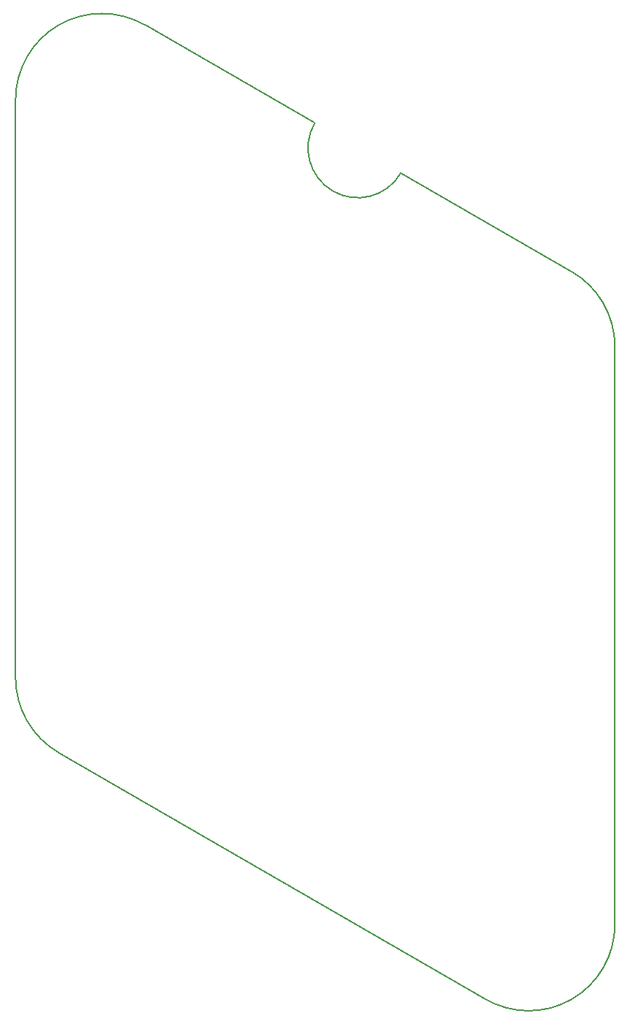
<source format=gm1>
%TF.GenerationSoftware,KiCad,Pcbnew,(2015-12-01 BZR 82, Git 6f5a49b)-brewed_product*%
%TF.CreationDate,2015-12-17T03:34:39-07:00*%
%TF.ProjectId,EMG Humbuckers,454D472048756D6275636B6572732E6B,rev?*%
%TF.FileFunction,Profile,NP*%
%FSLAX46Y46*%
G04 Gerber Fmt 4.6, Leading zero omitted, Abs format (unit mm)*
G04 Created by KiCad (PCBNEW (2015-12-01 BZR 82, Git 6f5a49b)-brewed_product) date Thursday, 17 December 2015 'amt' 03:34:39*
%MOMM*%
G01*
G04 APERTURE LIST*
%ADD10C,0.127000*%
G04 APERTURE END LIST*
D10*
X123190000Y-56930000D02*
X143010000Y-68360000D01*
X113200000Y-51140000D02*
X93530000Y-39790000D01*
X113207117Y-51134967D02*
G75*
G03X123190000Y-56930000I4992883J-2895033D01*
G01*
X83530000Y-124130000D02*
X132980000Y-152680000D01*
X148020535Y-77043825D02*
X148020535Y-143972825D01*
X148020535Y-77043825D02*
G75*
G03X142986094Y-68343825I-10034441J0D01*
G01*
X132994330Y-152688897D02*
G75*
G03X148020535Y-144043825I5026205J8645072D01*
G01*
X78510000Y-115440000D02*
G75*
G03X83544441Y-124140000I10034441J0D01*
G01*
X93536205Y-39794928D02*
G75*
G03X78510000Y-48440000I-5026205J-8645072D01*
G01*
X78510000Y-115440000D02*
X78510000Y-48511000D01*
M02*

</source>
